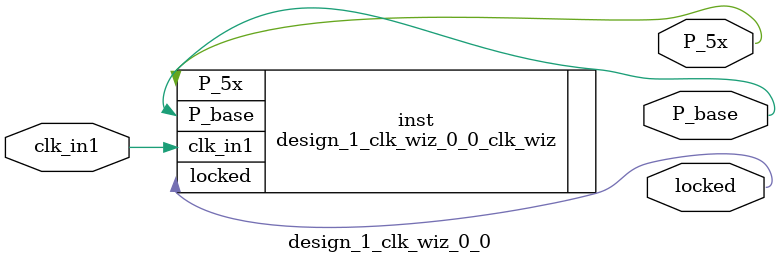
<source format=v>


`timescale 1ps/1ps

(* CORE_GENERATION_INFO = "design_1_clk_wiz_0_0,clk_wiz_v6_0_11_0_0,{component_name=design_1_clk_wiz_0_0,use_phase_alignment=true,use_min_o_jitter=false,use_max_i_jitter=false,use_dyn_phase_shift=false,use_inclk_switchover=false,use_dyn_reconfig=false,enable_axi=0,feedback_source=FDBK_AUTO,PRIMITIVE=MMCM,num_out_clk=2,clkin1_period=10.000,clkin2_period=10.000,use_power_down=false,use_reset=false,use_locked=true,use_inclk_stopped=false,feedback_type=SINGLE,CLOCK_MGR_TYPE=NA,manual_override=false}" *)

module design_1_clk_wiz_0_0 
 (
  // Clock out ports
  output        P_base,
  output        P_5x,
  // Status and control signals
  output        locked,
 // Clock in ports
  input         clk_in1
 );

  design_1_clk_wiz_0_0_clk_wiz inst
  (
  // Clock out ports  
  .P_base(P_base),
  .P_5x(P_5x),
  // Status and control signals               
  .locked(locked),
 // Clock in ports
  .clk_in1(clk_in1)
  );

endmodule

</source>
